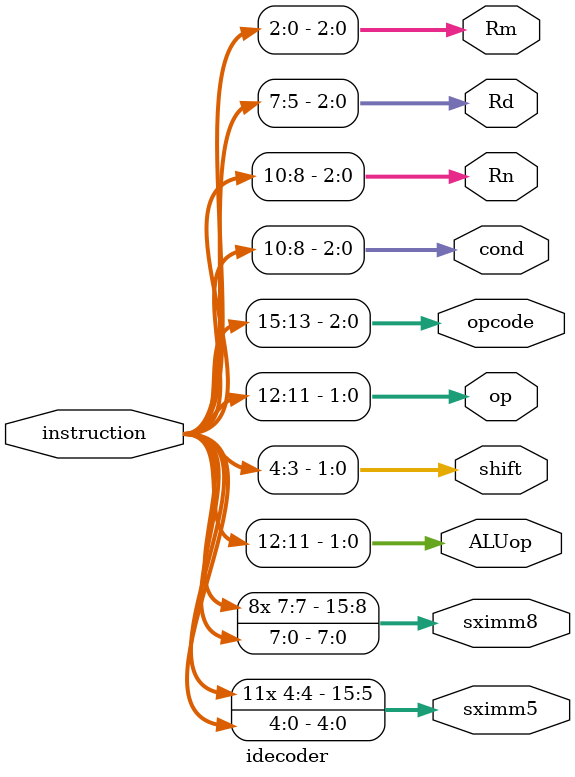
<source format=sv>
module idecoder(instruction, ALUop, sximm5, sximm8, shift, Rn, Rm, Rd, opcode, op, cond);

	//Initializing I/Os 
	input[15:0] instruction;
	output[15:0] sximm5, sximm8;
	output[1:0] ALUop, shift, op;
	output[2:0] opcode, cond;
	output[2:0] Rn, Rd, Rm;
	
	//assigning cpu operations from instruction input
	assign sximm5 = {{11{instruction[4]}}, instruction[4:0]};
	assign sximm8 = {{8{instruction[7]}}, instruction[7:0]};
	assign ALUop = instruction[12:11];
	assign shift = instruction[4:3];
	assign opcode = instruction[15:13];
	assign op = instruction[12:11];
	assign Rn = instruction[10:8];
	assign Rd = instruction[7:5];
	assign Rm = instruction[2:0];
	assign cond = Rn;
		
endmodule 
</source>
